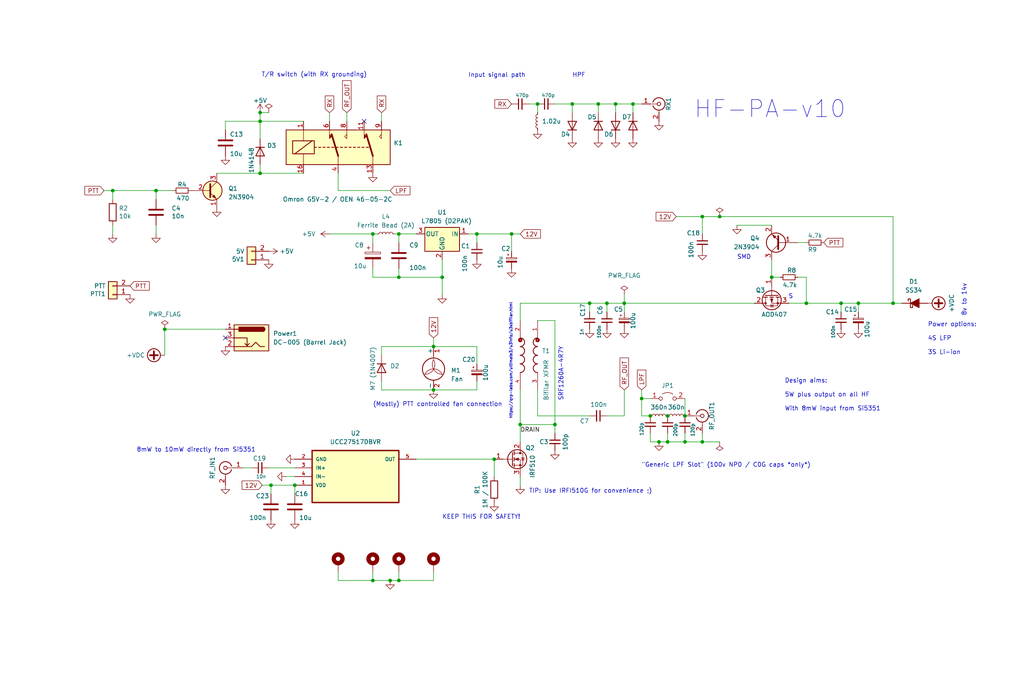
<source format=kicad_sch>
(kicad_sch (version 20230121) (generator eeschema)
  (paper "User" 299.999 200)
  (title_block (title "Easy-PA-With-TR-Switch") (date "2023-11-05") (rev "Revision 7.1") (company "Author: Dhiru Kholia (VU3CER)") (comment 1 "Designed for https://github.com/kholia/Easy-Digital-Beacons-v1 project") (comment 2 "Motivation: We need usable power on the 10m band!") (comment 3 "Based on designs from Henning Paul"))
  (lib_symbols
    (symbol "+VDC_1" (power) (pin_names (offset 0))
      (property "Value" "+VDC_1" (at 0 6.35 0))
      (symbol "+VDC_1_1_1"
        (pin power_in line (at 0 0 90) (length 0) hide (name "+VDC") (number "1"))
      )
    )
    (symbol "Connector:Barrel_Jack_Switch" (pin_names hide)
      (property "Reference" "J" (at 0 5.334 0))
      (property "Value" "Barrel_Jack_Switch" (at 0 -5.08 0))
      (symbol "Barrel_Jack_Switch_1_1"
        (pin passive line (at 7.62 2.54 180) (length 2.54) (name "~") (number "1"))
        (pin passive line (at 7.62 -2.54 180) (length 2.54) (name "~") (number "2"))
        (pin passive line (at 7.62 0 180) (length 2.54) (name "~") (number "3"))
      )
    )
    (symbol "Connector:Conn_Coaxial" (pin_names (offset 1.016) hide)
      (property "Reference" "J" (at 0.254 3.048 0))
      (property "Value" "Conn_Coaxial" (at 2.921 0 90))
      (symbol "Conn_Coaxial_1_1"
        (pin passive line (at -5.08 0 0) (length 2.54) (name "In") (number "1"))
        (pin passive line (at 0 -5.08 90) (length 2.54) (name "Ext") (number "2"))
      )
    )
    (symbol "Connector_Generic:Conn_01x02" (pin_names (offset 1.016) hide)
      (property "Reference" "J" (at 0 2.54 0))
      (property "Value" "Conn_01x02" (at 0 -5.08 0))
      (symbol "Conn_01x02_1_1"
        (pin passive line (at -5.08 0 0) (length 3.81) (name "Pin_1") (number "1"))
        (pin passive line (at -5.08 -2.54 0) (length 3.81) (name "Pin_2") (number "2"))
      )
    )
    (symbol "Device:C" (pin_numbers hide) (pin_names (offset 0.254))
      (property "Reference" "C" (at 0.635 2.54 0))
      (property "Value" "C" (at 0.635 -2.54 0))
      (symbol "C_1_1"
        (pin passive line (at 0 3.81 270) (length 2.794) (name "~") (number "1"))
        (pin passive line (at 0 -3.81 90) (length 2.794) (name "~") (number "2"))
      )
    )
    (symbol "Device:C_Polarized" (pin_numbers hide) (pin_names (offset 0.254))
      (property "Reference" "C" (at 0.635 2.54 0))
      (property "Value" "C_Polarized" (at 0.635 -2.54 0))
      (symbol "C_Polarized_1_1"
        (pin passive line (at 0 3.81 270) (length 2.794) (name "~") (number "1"))
        (pin passive line (at 0 -3.81 90) (length 2.794) (name "~") (number "2"))
      )
    )
    (symbol "Device:C_Polarized_Small" (pin_numbers hide) (pin_names (offset 0.254) hide)
      (property "Reference" "C" (at 0.254 1.778 0))
      (property "Value" "C_Polarized_Small" (at 0.254 -2.032 0))
      (symbol "C_Polarized_Small_1_1"
        (pin passive line (at 0 2.54 270) (length 1.8542) (name "~") (number "1"))
        (pin passive line (at 0 -2.54 90) (length 1.8542) (name "~") (number "2"))
      )
    )
    (symbol "Device:C_Small" (pin_numbers hide) (pin_names (offset 0.254) hide)
      (property "Reference" "C" (at 0.254 1.778 0))
      (property "Value" "C_Small" (at 0.254 -2.032 0))
      (symbol "C_Small_1_1"
        (pin passive line (at 0 2.54 270) (length 2.032) (name "~") (number "1"))
        (pin passive line (at 0 -2.54 90) (length 2.032) (name "~") (number "2"))
      )
    )
    (symbol "Device:L_Small" (pin_numbers hide) (pin_names (offset 0.254) hide)
      (property "Reference" "L" (at 0.762 1.016 0))
      (property "Value" "L_Small" (at 0.762 -1.016 0))
      (symbol "L_Small_1_1"
        (pin passive line (at 0 2.54 270) (length 0.508) (name "~") (number "1"))
        (pin passive line (at 0 -2.54 90) (length 0.508) (name "~") (number "2"))
      )
    )
    (symbol "Device:R" (pin_numbers hide) (pin_names (offset 0))
      (property "Reference" "R" (at 2.032 0 90))
      (property "Value" "R" (at 0 0 90))
      (symbol "R_1_1"
        (pin passive line (at 0 3.81 270) (length 1.27) (name "~") (number "1"))
        (pin passive line (at 0 -3.81 90) (length 1.27) (name "~") (number "2"))
      )
    )
    (symbol "Device:R_Small" (pin_numbers hide) (pin_names (offset 0.254) hide)
      (property "Reference" "R" (at 0.762 0.508 0))
      (property "Value" "R_Small" (at 0.762 -1.016 0))
      (symbol "R_Small_1_1"
        (pin passive line (at 0 2.54 270) (length 0.762) (name "~") (number "1"))
        (pin passive line (at 0 -2.54 90) (length 0.762) (name "~") (number "2"))
      )
    )
    (symbol "Diode:1N4007" (pin_numbers hide) (pin_names hide)
      (property "Reference" "D" (at 0 2.54 0))
      (property "Value" "1N4007" (at 0 -2.54 0))
      (symbol "1N4007_1_1"
        (pin passive line (at -3.81 0 0) (length 2.54) (name "K") (number "1"))
        (pin passive line (at 3.81 0 180) (length 2.54) (name "A") (number "2"))
      )
    )
    (symbol "Diode:1N4148" (pin_numbers hide) (pin_names hide)
      (property "Reference" "D" (at 0 2.54 0))
      (property "Value" "1N4148" (at 0 -2.54 0))
      (property "Sim.Device" "D" (at 0 0 0))
      (property "Sim.Pins" "1=K 2=A" (at 0 0 0))
      (symbol "1N4148_1_1"
        (pin passive line (at -3.81 0 0) (length 2.54) (name "K") (number "1"))
        (pin passive line (at 3.81 0 180) (length 2.54) (name "A") (number "2"))
      )
    )
    (symbol "Jumper:Jumper_2_Open" (pin_names (offset 0) hide)
      (property "Reference" "JP" (at 0 2.794 0))
      (property "Value" "Jumper_2_Open" (at 0 -2.286 0))
      (symbol "Jumper_2_Open_1_1"
        (pin passive line (at -5.08 0 0) (length 2.54) (name "A") (number "1"))
        (pin passive line (at 5.08 0 180) (length 2.54) (name "B") (number "2"))
      )
    )
    (symbol "Mechanical:MountingHole_Pad" (pin_numbers hide) (pin_names (offset 1.016) hide)
      (property "Reference" "H" (at 0 6.35 0))
      (property "Value" "MountingHole_Pad" (at 0 4.445 0))
      (symbol "MountingHole_Pad_1_1"
        (pin input line (at 0 -2.54 90) (length 2.54) (name "1") (number "1"))
      )
    )
    (symbol "Motor:Fan" (pin_names (offset 0))
      (property "Reference" "M" (at 2.54 5.08 0))
      (property "Value" "Fan" (at 2.54 -2.54 0))
      (symbol "Fan_1_1"
        (pin passive line (at 0 7.62 270) (length 2.54) (name "+") (number "1"))
        (pin passive line (at 0 -5.08 90) (length 2.54) (name "-") (number "2"))
      )
    )
    (symbol "PCM_Diode_Schottky_AKL:SS34" (pin_numbers hide) (pin_names (offset 1.016) hide)
      (property "Reference" "D" (at 0 5.08 0))
      (property "Value" "SS34" (at 0 2.54 0))
      (symbol "SS34_1_1"
        (pin passive line (at 3.81 0 180) (length 2.54) (name "K") (number "1"))
        (pin passive line (at -3.81 0 0) (length 2.54) (name "A") (number "2"))
      )
    )
    (symbol "PCM_Transistor_BJT_AKL:2N3904" (pin_names hide)
      (property "Reference" "Q" (at 5.08 1.27 0))
      (property "Value" "2N3904" (at 5.08 -1.27 0))
      (symbol "2N3904_1_1"
        (pin passive line (at 2.54 -5.08 90) (length 2.54) (name "E") (number "1"))
        (pin passive line (at -5.08 0 0) (length 5.715) (name "B") (number "2"))
        (pin passive line (at 2.54 5.08 270) (length 2.54) (name "C") (number "3"))
      )
    )
    (symbol "Regulator_Linear:L7805" (pin_names (offset 0.254))
      (property "Reference" "U" (at -3.81 3.175 0))
      (property "Value" "L7805" (at 0 3.175 0))
      (symbol "L7805_1_1"
        (pin power_in line (at -7.62 0 0) (length 2.54) (name "IN") (number "1"))
        (pin power_in line (at 0 -7.62 90) (length 2.54) (name "GND") (number "2"))
        (pin power_out line (at 7.62 0 180) (length 2.54) (name "OUT") (number "3"))
      )
    )
    (symbol "Relay:G5V-2"
      (property "Reference" "K" (at 16.51 3.81 0))
      (property "Value" "G5V-2" (at 16.51 1.27 0))
      (symbol "G5V-2_1_1"
        (pin passive line (at -10.16 7.62 270) (length 2.54) (name "~") (number "1"))
        (pin passive line (at 7.62 7.62 270) (length 2.54) (name "~") (number "11"))
        (pin passive line (at 10.16 -7.62 90) (length 2.54) (name "~") (number "13"))
        (pin passive line (at -10.16 -7.62 90) (length 2.54) (name "~") (number "16"))
        (pin passive line (at 0 -7.62 90) (length 2.54) (name "~") (number "4"))
        (pin passive line (at -2.54 7.62 270) (length 2.54) (name "~") (number "6"))
        (pin passive line (at 2.54 7.62 270) (length 2.54) (name "~") (number "8"))
        (pin passive line (at 12.7 7.62 270) (length 2.54) (name "~") (number "9"))
      )
    )
    (symbol "SRF1260A-4R7Y:SRF1260A-4R7Y" (pin_names (offset 1.016))
      (property "Reference" "L" (at -7.631 5.0873 0))
      (property "Value" "SRF1260A-4R7Y" (at -7.6349 -7.6349 0))
      (symbol "SRF1260A-4R7Y_0_0"
        (pin passive line (at -10.16 2.54 0) (length 5.08) (name "~") (number "1"))
        (pin passive line (at -10.16 -2.54 0) (length 5.08) (name "~") (number "2"))
        (pin passive line (at 10.16 2.54 180) (length 5.08) (name "~") (number "3"))
        (pin passive line (at 10.16 -2.54 180) (length 5.08) (name "~") (number "4"))
      )
    )
    (symbol "Transistor_BJT:MMBT3904" (pin_names (offset 0) hide)
      (property "Reference" "Q" (at 5.08 1.905 0))
      (property "Value" "MMBT3904" (at 5.08 0 0))
      (symbol "MMBT3904_1_1"
        (pin input line (at -5.08 0 0) (length 5.715) (name "B") (number "1"))
        (pin passive line (at 2.54 -5.08 90) (length 2.54) (name "E") (number "2"))
        (pin passive line (at 2.54 5.08 270) (length 2.54) (name "C") (number "3"))
      )
    )
    (symbol "Transistor_FET:IRF540N" (pin_names hide)
      (property "Reference" "Q" (at 6.35 1.905 0))
      (property "Value" "IRF540N" (at 6.35 0 0))
      (symbol "IRF540N_1_1"
        (pin input line (at -5.08 0 0) (length 2.54) (name "G") (number "1"))
        (pin passive line (at 2.54 5.08 270) (length 2.54) (name "D") (number "2"))
        (pin passive line (at 2.54 -5.08 90) (length 2.54) (name "S") (number "3"))
      )
    )
    (symbol "Transistor_FET:IRF9540N" (pin_names hide)
      (property "Reference" "Q" (at 5.08 1.905 0))
      (property "Value" "IRF9540N" (at 5.08 0 0))
      (symbol "IRF9540N_1_1"
        (pin input line (at -5.08 0 0) (length 2.54) (name "G") (number "1"))
        (pin passive line (at 2.54 5.08 270) (length 2.54) (name "D") (number "2"))
        (pin passive line (at 2.54 -5.08 90) (length 2.54) (name "S") (number "3"))
      )
    )
    (symbol "UCC27517DBVR:UCC27517DBVR" (pin_names (offset 1.016))
      (property "Reference" "U" (at -12.7 8.62 0))
      (property "Value" "UCC27517DBVR" (at -12.7 -11.62 0))
      (symbol "UCC27517DBVR_0_0"
        (pin input line (at -17.78 -2.54 0) (length 5.08) (name "VDD") (number "1"))
        (pin input line (at -17.78 5.08 0) (length 5.08) (name "GND") (number "2"))
        (pin input line (at -17.78 2.54 0) (length 5.08) (name "IN+") (number "3"))
        (pin input line (at -17.78 0 0) (length 5.08) (name "IN-") (number "4"))
        (pin output line (at 17.78 5.08 180) (length 5.08) (name "OUT") (number "5"))
      )
    )
    (symbol "power:+5V" (power) (pin_names (offset 0))
      (property "Value" "+5V" (at 0 3.556 0))
      (symbol "+5V_1_1"
        (pin power_in line (at 0 0 90) (length 0) hide (name "+5V") (number "1"))
      )
    )
    (symbol "power:+VDC" (power) (pin_names (offset 0))
      (property "Value" "+VDC" (at 0 6.35 0))
      (symbol "+VDC_1_1"
        (pin power_in line (at 0 0 90) (length 0) hide (name "+VDC") (number "1"))
      )
    )
    (symbol "power:GND" (power) (pin_names (offset 0))
      (property "Value" "GND" (at 0 -3.81 0))
      (symbol "GND_1_1"
        (pin power_in line (at 0 0 270) (length 0) hide (name "GND") (number "1"))
      )
    )
    (symbol "power:PWR_FLAG" (power) (pin_numbers hide) (pin_names (offset 0) hide)
      (property "Value" "PWR_FLAG" (at 0 3.81 0))
      (symbol "PWR_FLAG_0_0"
        (pin power_out line (at 0 0 90) (length 0) (name "pwr") (number "1"))
      )
    )
  )
  (junction (at 205.74 129.54))
  (junction (at 193.04 129.54))
  (junction (at 162.56 124.46))
  (junction (at 261.62 88.9))
  (junction (at 167.64 30.48))
  (junction (at 187.96 116.84))
  (junction (at 185.42 30.48))
  (junction (at 139.7 68.58))
  (junction (at 195.58 129.54))
  (junction (at 86.36 142.24))
  (junction (at 127 101.6))
  (junction (at 246.38 88.9))
  (junction (at 76.2 33.02))
  (junction (at 127 114.3))
  (junction (at 210.82 63.5))
  (junction (at 180.34 30.48))
  (junction (at 109.22 68.58))
  (junction (at 45.72 55.88))
  (junction (at 129.54 81.28))
  (junction (at 109.22 170.18))
  (junction (at 190.5 121.92))
  (junction (at 200.66 121.92))
  (junction (at 236.22 88.9))
  (junction (at 116.84 81.28))
  (junction (at 79.375 142.24))
  (junction (at 195.58 121.92))
  (junction (at 177.8 88.9))
  (junction (at 116.84 170.18))
  (junction (at 175.26 30.48))
  (junction (at 172.72 88.9))
  (junction (at 157.48 30.48))
  (junction (at 200.66 129.54))
  (junction (at 144.78 134.62))
  (junction (at 152.4 124.46))
  (junction (at 182.88 88.9))
  (junction (at 114.3 170.18))
  (junction (at 251.46 88.9))
  (junction (at 33.02 55.88))
  (junction (at 226.06 81.28))
  (junction (at 76.2 50.8))
  (junction (at 116.84 68.58))
  (junction (at 48.26 96.52))
  (junction (at 205.74 63.5))
  (junction (at 149.86 68.58))
  (junction (at 76.2 35.56))
  (no_connect (at 66.04 99.06))
  (no_connect (at 106.68 35.56))
  (wire (pts (xy 152.4 88.9) (xy 172.72 88.9)))
  (wire (pts (xy 66.04 35.56) (xy 66.04 38.1)))
  (wire (pts (xy 111.76 33.02) (xy 111.76 35.56)))
  (wire (pts (xy 246.38 88.9) (xy 251.46 88.9)))
  (wire (pts (xy 144.78 139.7) (xy 144.78 134.62)))
  (wire (pts (xy 127 170.18) (xy 127 167.64)))
  (wire (pts (xy 180.34 30.48) (xy 180.34 33.02)))
  (wire (pts (xy 111.76 101.6) (xy 111.76 104.14)))
  (wire (pts (xy 116.84 68.58) (xy 116.84 71.12)))
  (wire (pts (xy 157.48 93.98) (xy 162.56 93.98)))
  (wire (pts (xy 45.72 55.88) (xy 45.72 58.42)))
  (wire (pts (xy 200.66 129.54) (xy 205.74 129.54)))
  (wire (pts (xy 139.7 101.6) (xy 139.7 106.68)))
  (wire (pts (xy 139.7 71.12) (xy 139.7 68.58)))
  (wire (pts (xy 127 101.6) (xy 139.7 101.6)))
  (wire (pts (xy 172.72 88.9) (xy 177.8 88.9)))
  (wire (pts (xy 200.66 127) (xy 200.66 129.54)))
  (wire (pts (xy 45.72 55.88) (xy 50.8 55.88)))
  (wire (pts (xy 157.48 114.3) (xy 157.48 121.92)))
  (wire (pts (xy 185.42 30.48) (xy 185.42 33.02)))
  (wire (pts (xy 210.82 63.5) (xy 261.62 63.5)))
  (wire (pts (xy 177.8 88.9) (xy 177.8 91.44)))
  (wire (pts (xy 226.06 81.28) (xy 228.6 81.28)))
  (wire (pts (xy 109.22 81.28) (xy 116.84 81.28)))
  (wire (pts (xy 251.46 88.9) (xy 251.46 91.44)))
  (wire (pts (xy 48.26 96.52) (xy 48.26 104.14)))
  (wire (pts (xy 86.36 142.24) (xy 86.36 144.78)))
  (wire (pts (xy 111.76 114.3) (xy 127 114.3)))
  (wire (pts (xy 48.26 96.52) (xy 66.04 96.52)))
  (wire (pts (xy 83.82 139.7) (xy 86.36 139.7)))
  (wire (pts (xy 33.02 58.42) (xy 33.02 55.88)))
  (wire (pts (xy 45.72 66.04) (xy 45.72 68.58)))
  (wire (pts (xy 261.62 88.9) (xy 264.16 88.9)))
  (wire (pts (xy 76.2 33.02) (xy 76.2 35.56)))
  (wire (pts (xy 152.4 93.98) (xy 152.4 88.9)))
  (wire (pts (xy 167.64 30.48) (xy 167.64 33.02)))
  (wire (pts (xy 79.375 144.78) (xy 79.375 142.24)))
  (wire (pts (xy 157.48 121.92) (xy 172.72 121.92)))
  (wire (pts (xy 180.34 30.48) (xy 185.42 30.48)))
  (wire (pts (xy 233.68 71.12) (xy 236.22 71.12)))
  (wire (pts (xy 99.06 170.18) (xy 109.22 170.18)))
  (wire (pts (xy 162.56 93.98) (xy 162.56 124.46)))
  (wire (pts (xy 99.06 50.8) (xy 99.06 55.88)))
  (wire (pts (xy 152.4 124.46) (xy 152.4 129.54)))
  (wire (pts (xy 116.84 81.28) (xy 129.54 81.28)))
  (wire (pts (xy 76.2 35.56) (xy 88.9 35.56)))
  (wire (pts (xy 109.22 68.58) (xy 110.49 68.58)))
  (wire (pts (xy 152.4 142.24) (xy 152.4 139.7)))
  (wire (pts (xy 172.72 88.9) (xy 172.72 91.44)))
  (wire (pts (xy 167.64 30.48) (xy 175.26 30.48)))
  (wire (pts (xy 109.22 167.64) (xy 109.22 170.18)))
  (wire (pts (xy 187.96 116.84) (xy 190.5 116.84)))
  (wire (pts (xy 127 99.06) (xy 127 101.6)))
  (wire (pts (xy 193.04 129.54) (xy 195.58 129.54)))
  (wire (pts (xy 182.88 88.9) (xy 220.98 88.9)))
  (wire (pts (xy 99.06 55.88) (xy 114.3 55.88)))
  (wire (pts (xy 205.74 68.58) (xy 205.74 63.5)))
  (wire (pts (xy 127 114.3) (xy 139.7 114.3)))
  (wire (pts (xy 96.52 68.58) (xy 109.22 68.58)))
  (wire (pts (xy 111.76 111.76) (xy 111.76 114.3)))
  (wire (pts (xy 195.58 127) (xy 195.58 129.54)))
  (wire (pts (xy 33.02 55.88) (xy 45.72 55.88)))
  (wire (pts (xy 109.22 71.12) (xy 109.22 68.58)))
  (wire (pts (xy 115.57 68.58) (xy 116.84 68.58)))
  (wire (pts (xy 149.86 68.58) (xy 152.4 68.58)))
  (wire (pts (xy 109.22 81.28) (xy 109.22 78.74)))
  (wire (pts (xy 182.88 88.9) (xy 182.88 91.44)))
  (wire (pts (xy 236.22 88.9) (xy 246.38 88.9)))
  (wire (pts (xy 187.96 116.84) (xy 187.96 121.92)))
  (wire (pts (xy 226.06 76.2) (xy 226.06 81.28)))
  (wire (pts (xy 99.06 167.64) (xy 99.06 170.18)))
  (wire (pts (xy 79.375 142.24) (xy 86.36 142.24)))
  (wire (pts (xy 187.96 121.92) (xy 190.5 121.92)))
  (wire (pts (xy 116.84 68.58) (xy 121.92 68.58)))
  (wire (pts (xy 116.84 78.74) (xy 116.84 81.28)))
  (wire (pts (xy 71.12 137.16) (xy 73.66 137.16)))
  (wire (pts (xy 205.74 129.54) (xy 205.74 127)))
  (wire (pts (xy 121.92 134.62) (xy 144.78 134.62)))
  (wire (pts (xy 152.4 124.46) (xy 162.56 124.46)))
  (wire (pts (xy 111.76 101.6) (xy 127 101.6)))
  (wire (pts (xy 177.8 88.9) (xy 182.88 88.9)))
  (wire (pts (xy 129.54 86.36) (xy 129.54 81.28)))
  (wire (pts (xy 175.26 30.48) (xy 175.26 33.02)))
  (wire (pts (xy 195.58 129.54) (xy 200.66 129.54)))
  (wire (pts (xy 76.835 142.24) (xy 79.375 142.24)))
  (wire (pts (xy 231.14 88.9) (xy 236.22 88.9)))
  (wire (pts (xy 114.3 170.18) (xy 116.84 170.18)))
  (wire (pts (xy 116.84 170.18) (xy 127 170.18)))
  (wire (pts (xy 205.74 63.5) (xy 210.82 63.5)))
  (wire (pts (xy 149.86 68.58) (xy 149.86 73.66)))
  (wire (pts (xy 30.48 55.88) (xy 33.02 55.88)))
  (wire (pts (xy 261.62 63.5) (xy 261.62 88.9)))
  (wire (pts (xy 187.96 114.3) (xy 187.96 116.84)))
  (wire (pts (xy 198.12 63.5) (xy 205.74 63.5)))
  (wire (pts (xy 139.7 68.58) (xy 149.86 68.58)))
  (wire (pts (xy 162.56 124.46) (xy 162.56 127)))
  (wire (pts (xy 251.46 88.9) (xy 261.62 88.9)))
  (wire (pts (xy 101.6 33.02) (xy 101.6 35.56)))
  (wire (pts (xy 78.74 137.16) (xy 86.36 137.16)))
  (wire (pts (xy 236.22 81.28) (xy 236.22 88.9)))
  (wire (pts (xy 205.74 129.54) (xy 210.82 129.54)))
  (wire (pts (xy 78.74 33.02) (xy 76.2 33.02)))
  (wire (pts (xy 33.02 66.04) (xy 33.02 68.58)))
  (wire (pts (xy 76.2 35.56) (xy 76.2 40.64)))
  (wire (pts (xy 182.88 114.3) (xy 182.88 121.92)))
  (wire (pts (xy 190.5 129.54) (xy 193.04 129.54)))
  (wire (pts (xy 157.48 33.02) (xy 157.48 30.48)))
  (wire (pts (xy 109.22 170.18) (xy 114.3 170.18)))
  (wire (pts (xy 96.52 33.02) (xy 96.52 35.56)))
  (wire (pts (xy 76.2 50.8) (xy 76.2 48.26)))
  (wire (pts (xy 162.56 30.48) (xy 167.64 30.48)))
  (wire (pts (xy 76.2 50.8) (xy 88.9 50.8)))
  (wire (pts (xy 185.42 30.48) (xy 187.96 30.48)))
  (wire (pts (xy 139.7 114.3) (xy 139.7 111.76)))
  (wire (pts (xy 63.5 50.8) (xy 76.2 50.8)))
  (wire (pts (xy 215.9 66.04) (xy 226.06 66.04)))
  (wire (pts (xy 175.26 30.48) (xy 180.34 30.48)))
  (wire (pts (xy 182.88 86.36) (xy 182.88 88.9)))
  (wire (pts (xy 152.4 114.3) (xy 152.4 124.46)))
  (wire (pts (xy 177.8 121.92) (xy 182.88 121.92)))
  (wire (pts (xy 190.5 127) (xy 190.5 129.54)))
  (wire (pts (xy 129.54 76.2) (xy 129.54 81.28)))
  (wire (pts (xy 233.68 81.28) (xy 236.22 81.28)))
  (wire (pts (xy 76.2 35.56) (xy 66.04 35.56)))
  (wire (pts (xy 246.38 88.9) (xy 246.38 91.44)))
  (wire (pts (xy 200.66 121.92) (xy 200.66 116.84)))
  (wire (pts (xy 154.94 30.48) (xy 157.48 30.48)))
  (wire (pts (xy 137.16 68.58) (xy 139.7 68.58)))
  (wire (pts (xy 116.84 167.64) (xy 116.84 170.18)))
  (text "T/R switch (with RX grounding)" (at 76.5556 22.733 0) (effects (font (size 1.27 1.27)) (justify left bottom)))
  (text "(Mostly) PTT controlled fan connection" (at 109.22 119.38 0) (effects (font (size 1.27 1.27)) (justify left bottom)))
  (text "8mW to 10mW directly from Si5351" (at 74.93 132.715 0) (effects (font (size 1.27 1.27)) (justify right bottom)))
  (text "Power options:\n\n4S LFP\n\n3S Li-ion" (at 271.78 104.14 0) (effects (font (size 1.27 1.27)) (justify left bottom)))
  (text "SMD" (at 215.9 76.2 0) (effects (font (size 1.27 1.27)) (justify left bottom)))
  (text "KEEP THIS FOR SAFETY!" (at 129.54 152.4 0) (effects (font (size 1.27 1.27)) (justify left bottom)))
  (text "HF-PA-v10" (at 203.2 35.052 0) (effects (font (size 5 5)) (justify left bottom)))
  (text "Design aims:\n\n5W plus output on all HF\n\nWith 8mW input from Si5351" (at 229.87 120.65 0) (effects (font (size 1.27 1.27)) (justify left bottom)))
  (text "SRF1260A-4R7Y" (at 165.1 117.602 90) (effects (font (size 1.27 1.27)) (justify left bottom)))
  (text "\"Generic LPF Slot\" (100v NP0 / C0G caps *only*)" (at 187.96 137.16 0) (effects (font (size 1.27 1.27)) (justify left bottom)))
  (text "https://qrp-labs.com/ultimate3/u3info/u3sbifilar.html" (at 150.114 122.936 90) (effects (font (size 0.8 0.8)) (justify left bottom)))
  (text "8v to 14v" (at 283.21 92.71 90) (effects (font (size 1.27 1.27)) (justify left bottom)))
  (text "Input signal path" (at 137.16 22.86 0) (effects (font (size 1.27 1.27)) (justify left bottom)))
  (text "HPF" (at 167.64 22.86 0) (effects (font (size 1.27 1.27)) (justify left bottom)))
  (text "TIP: Use IRFI510G for convenience ;)" (at 154.94 144.78 0) (effects (font (size 1.27 1.27)) (justify left bottom)))
  (text "S" (at 230.9622 87.7316 0) (effects (font (size 1.27 1.27)) (justify left bottom)))
  (label "DRAIN" (at 152.4 127 0))
  (global_label "12V" (shape input) (at 152.4 68.58 0) (property "Intersheetrefs" "${INTERSHEET_REFS}" (effects hide)))
  (global_label "RF_OUT" (shape input) (at 101.6 33.02 90) (property "Intersheetrefs" "${INTERSHEET_REFS}" (effects hide)))
  (global_label "RF_OUT" (shape input) (at 182.88 114.3 90) (property "Intersheetrefs" "${INTERSHEET_REFS}" (effects hide)))
  (global_label "PTT" (shape input) (at 38.1 83.82 0) (property "Intersheetrefs" "${INTERSHEET_REFS}" (effects hide)))
  (global_label "LPF" (shape input) (at 114.3 55.88 0) (property "Intersheetrefs" "${INTERSHEET_REFS}" (effects hide)))
  (global_label "RX" (shape input) (at 149.86 30.48 180) (property "Intersheetrefs" "${INTERSHEET_REFS}" (effects hide)))
  (global_label "12V" (shape input) (at 198.12 63.5 180) (property "Intersheetrefs" "${INTERSHEET_REFS}" (effects hide)))
  (global_label "PTT" (shape input) (at 30.48 55.88 180) (property "Intersheetrefs" "${INTERSHEET_REFS}" (effects hide)))
  (global_label "12V" (shape input) (at 76.835 142.24 180) (property "Intersheetrefs" "${INTERSHEET_REFS}" (effects hide)))
  (global_label "RX" (shape input) (at 96.52 33.02 90) (property "Intersheetrefs" "${INTERSHEET_REFS}" (effects hide)))
  (global_label "RX" (shape input) (at 111.76 33.02 90) (property "Intersheetrefs" "${INTERSHEET_REFS}" (effects hide)))
  (global_label "12V" (shape input) (at 127 99.06 90) (property "Intersheetrefs" "${INTERSHEET_REFS}" (effects hide)))
  (global_label "LPF" (shape input) (at 187.96 114.3 90) (property "Intersheetrefs" "${INTERSHEET_REFS}" (effects hide)))
  (global_label "PTT" (shape input) (at 241.3 71.12 0) (property "Intersheetrefs" "${INTERSHEET_REFS}" (effects hide)))
  (symbol (lib_id "Device:C_Polarized_Small") (at 182.88 93.98 0) (unit 1)
    (property "Reference" "C5" (at 179.832 90.678 0) (effects (justify left)))
    (property "Value" "100u" (at 185.42 96.52 90) (effects (justify left)))
    (property "Footprint" "Capacitor_THT:CP_Radial_D5.0mm_P2.50mm" (effects hide))
  )
  (symbol (lib_id "Device:C_Small") (at 175.26 121.92 270) (unit 1)
    (property "Reference" "C7" (at 171.196 123.444 90))
    (property "Value" "100n" (at 175.387 118.618 90))
    (property "Footprint" "Capacitor_SMD:C_1206_3216Metric_Pad1.33x1.80mm_HandSolder" (effects hide))
  )
  (symbol (lib_id "power:+VDC") (at 48.26 104.14 90) (unit 1)
    (property "Reference" "#PWR0110" (effects hide))
    (property "Value" "+VDC" (at 42.4434 104.14 90) (effects (justify left)))
  )
  (symbol (lib_id "power:PWR_FLAG") (at 48.26 96.52 0) (unit 1)
    (property "Reference" "#FLG0103" (effects hide))
    (property "Value" "PWR_FLAG" (at 48.26 92.1258 0))
  )
  (symbol (lib_id "power:GND") (at 66.04 142.24 0) (unit 1)
    (property "Reference" "#PWR0106" (effects hide))
    (property "Value" "GND" (effects hide))
  )
  (symbol (lib_id "Device:C_Small") (at 177.8 93.98 0) (unit 1)
    (property "Reference" "C6" (at 175.768 90.932 90))
    (property "Value" "100n" (at 175.514 97.282 90) (effects (font (size 0.9906 0.9906))))
    (property "Footprint" "Capacitor_SMD:C_1206_3216Metric_Pad1.33x1.80mm_HandSolder" (effects hide))
  )
  (symbol (lib_id "power:GND") (at 33.02 68.58 0) (unit 1)
    (property "Reference" "#PWR018" (effects hide))
    (property "Value" "GNDPWR" (effects hide))
  )
  (symbol (lib_id "power:PWR_FLAG") (at 182.88 86.36 0) (unit 1)
    (property "Reference" "#FLG01" (effects hide))
    (property "Value" "PWR_FLAG" (at 182.88 80.772 0))
  )
  (symbol (lib_id "power:PWR_FLAG") (at 78.74 33.02 0) (unit 1)
    (property "Reference" "#FLG04" (effects hide))
    (property "Value" "PWR_FLAG" (effects hide))
  )
  (symbol (lib_id "Device:C_Polarized_Small") (at 139.7 109.22 0) (unit 1)
    (property "Reference" "C20" (at 135.382 105.41 0) (effects (justify left)))
    (property "Value" "100u" (at 142.24 111.76 90) (effects (justify left)))
    (property "Footprint" "Capacitor_THT:CP_Radial_D5.0mm_P2.50mm" (effects hide))
  )
  (symbol (lib_id "Device:C_Polarized") (at 109.22 74.93 0) (unit 1)
    (property "Reference" "C8" (at 103.886 71.882 0) (effects (justify left)))
    (property "Value" "10u" (at 103.632 77.978 0) (effects (justify left)))
    (property "Footprint" "Capacitor_SMD:C_1206_3216Metric_Pad1.33x1.80mm_HandSolder" (effects hide))
  )
  (symbol (lib_id "power:GND") (at 167.64 40.64 0) (mirror y) (unit 1)
    (property "Reference" "#PWR021" (effects hide))
    (property "Value" "GND" (effects hide))
  )
  (symbol (lib_id "Device:C") (at 79.375 148.59 0) (unit 1)
    (property "Reference" "C23" (at 74.93 145.415 0) (effects (justify left)))
    (property "Value" "100n" (at 73.025 151.765 0) (effects (justify left)))
    (property "Footprint" "Capacitor_SMD:C_0805_2012Metric_Pad1.18x1.45mm_HandSolder" (effects hide))
  )
  (symbol (lib_id "Device:L_Small") (at 198.12 121.92 90) (unit 1)
    (property "Reference" "L2" (effects hide))
    (property "Value" "360n" (at 198.12 119.38 90))
    (property "Footprint" "Inductor_THT:L_Toroid_Vertical_L10.0mm_W5.0mm_P5.08mm" (effects hide))
  )
  (symbol (lib_name "+VDC_1") (lib_id "power:+VDC") (at 271.78 88.9 270) (unit 1)
    (property "Reference" "#PWR014" (effects hide))
    (property "Value" "+VDC" (at 278.765 88.9 0))
  )
  (symbol (lib_id "power:GND") (at 83.82 139.7 270) (unit 1)
    (property "Reference" "#PWR04" (effects hide))
    (property "Value" "GND" (effects hide))
  )
  (symbol (lib_id "power:GND") (at 63.5 60.96 0) (unit 1)
    (property "Reference" "#PWR023" (effects hide))
    (property "Value" "GND" (effects hide))
  )
  (symbol (lib_id "Device:C") (at 66.04 41.91 0) (unit 1)
    (property "Reference" "C13" (at 67.31 39.37 0) (effects (justify left)))
    (property "Value" "10u" (at 67.31 45.085 0) (effects (justify left)))
    (property "Footprint" "Capacitor_SMD:C_1206_3216Metric_Pad1.33x1.80mm_HandSolder" (effects hide))
  )
  (symbol (lib_id "power:GND") (at 205.74 73.66 0) (unit 1)
    (property "Reference" "#PWR029" (effects hide))
    (property "Value" "GND" (effects hide))
  )
  (symbol (lib_id "power:GND") (at 45.72 68.58 0) (unit 1)
    (property "Reference" "#PWR022" (effects hide))
    (property "Value" "GNDPWR" (effects hide))
  )
  (symbol (lib_id "Device:C_Polarized_Small") (at 251.46 93.98 0) (unit 1)
    (property "Reference" "C15" (at 247.269 90.678 0) (effects (justify left)))
    (property "Value" "100u" (at 254 99.06 90) (effects (justify left)))
    (property "Footprint" "Capacitor_THT:CP_Radial_D5.0mm_P2.50mm" (effects hide))
  )
  (symbol (lib_id "Connector:Conn_Coaxial") (at 66.04 137.16 0) (mirror y) (unit 1)
    (property "Reference" "RF_IN1" (at 62.23 137.16 90))
    (property "Value" "SMA" (effects hide))
    (property "Footprint" "Connector_Coaxial:SMA_Samtec_SMA-J-P-X-ST-EM1_EdgeMount" (effects hide))
    (property "Datasheet" " ~" (effects hide))
  )
  (symbol (lib_id "Device:C_Small") (at 246.38 93.98 0) (unit 1)
    (property "Reference" "C14" (at 243.84 91.44 0))
    (property "Value" "100n" (at 244.094 97.282 90) (effects (font (size 0.9906 0.9906))))
    (property "Footprint" "Capacitor_SMD:C_1206_3216Metric_Pad1.33x1.80mm_HandSolder" (effects hide))
  )
  (symbol (lib_id "power:+5V") (at 76.2 33.02 0) (unit 1)
    (property "Reference" "#PWR024" (effects hide))
    (property "Value" "+5V" (at 76.2 29.464 0))
  )
  (symbol (lib_id "power:GND") (at 180.34 40.64 0) (mirror y) (unit 1)
    (property "Reference" "#PWR034" (effects hide))
    (property "Value" "GND" (effects hide))
  )
  (symbol (lib_id "Device:R") (at 144.78 143.51 0) (unit 1)
    (property "Reference" "R1" (at 139.8016 143.51 90))
    (property "Value" "1M / 100K" (at 142.113 143.51 90))
    (property "Footprint" "Resistor_SMD:R_1206_3216Metric_Pad1.30x1.75mm_HandSolder" (effects hide))
  )
  (symbol (lib_id "Diode:1N4148") (at 76.2 44.45 270) (unit 1)
    (property "Reference" "D3" (at 78.232 42.672 90) (effects (justify left)))
    (property "Value" "1N4148" (at 73.66 43.18 0) (effects (justify left)))
    (property "Footprint" "Diode_THT:D_DO-35_SOD27_P2.54mm_Vertical_KathodeUp" (effects hide))
    (property "Datasheet" "https://assets.nexperia.com/documents/data-sheet/1N4148_1N4448.pdf" (effects hide))
  )
  (symbol (lib_id "power:GND") (at 157.48 38.1 0) (mirror y) (unit 1)
    (property "Reference" "#PWR033" (effects hide))
    (property "Value" "GND" (effects hide))
  )
  (symbol (lib_id "power:GND") (at 127 114.3 0) (mirror y) (unit 1)
    (property "Reference" "#PWR031" (effects hide))
    (property "Value" "GND" (effects hide))
  )
  (symbol (lib_id "PCM_Diode_Schottky_AKL:SS34") (at 267.97 88.9 180) (unit 1)
    (property "Reference" "D1" (at 267.6525 82.55 0))
    (property "Value" "SS34" (at 267.6525 85.09 0))
    (property "Footprint" "Diode_SMD:D_SMA_Handsoldering" (effects hide))
    (property "Datasheet" "https://www.tme.eu/Document/4534c3d1273464918563ce78bdeb2ece/SS34-E3-57T.pdf" (effects hide))
  )
  (symbol (lib_id "power:GND") (at 193.04 35.56 0) (unit 1)
    (property "Reference" "#PWR032" (effects hide))
    (property "Value" "GNDPWR" (effects hide))
  )
  (symbol (lib_id "Regulator_Linear:L7805") (at 129.54 68.58 0) (mirror y) (unit 1)
    (property "Reference" "U1" (at 129.54 62.23 0))
    (property "Value" "L7805 (D2PAK)" (at 130.81 64.77 0))
    (property "Footprint" "Package_TO_SOT_SMD:TO-263-2" (effects hide))
    (property "Datasheet" "http://www.st.com/content/ccc/resource/technical/document/datasheet/41/4f/b3/b0/12/d4/47/88/CD00000444.pdf/files/CD00000444.pdf/jcr:content/translations/en.CD00000444.pdf" (effects hide))
  )
  (symbol (lib_id "power:GND") (at 182.88 96.52 0) (unit 1)
    (property "Reference" "#PWR0103" (effects hide))
    (property "Value" "GND" (effects hide))
  )
  (symbol (lib_id "Device:C_Small") (at 195.58 124.46 0) (unit 1)
    (property "Reference" "C11" (effects hide))
    (property "Value" "200p" (at 197.866 128.016 90) (effects (font (size 1 1)) (justify left)))
    (property "Footprint" "Capacitor_SMD:C_1206_3216Metric_Pad1.33x1.80mm_HandSolder" (effects hide))
  )
  (symbol (lib_id "power:GND") (at 66.04 45.72 0) (unit 1)
    (property "Reference" "#PWR010" (effects hide))
    (property "Value" "GNDPWR" (effects hide))
  )
  (symbol (lib_id "Device:C_Small") (at 76.2 137.16 90) (unit 1)
    (property "Reference" "C19" (at 77.978 134.366 90) (effects (justify left)))
    (property "Value" "10n" (at 77.978 139.7 90) (effects (font (size 1 1)) (justify left)))
    (property "Footprint" "Capacitor_SMD:C_1206_3216Metric_Pad1.33x1.80mm_HandSolder" (effects hide))
  )
  (symbol (lib_id "power:GND") (at 79.375 152.4 0) (unit 1)
    (property "Reference" "#PWR017" (effects hide))
    (property "Value" "GNDPWR" (effects hide))
  )
  (symbol (lib_id "power:PWR_FLAG") (at 210.82 129.54 180) (unit 1)
    (property "Reference" "#FLG02" (effects hide))
    (property "Value" "PWR_FLAG" (effects hide))
  )
  (symbol (lib_id "power:GND") (at 149.86 78.74 0) (unit 1)
    (property "Reference" "#PWR08" (effects hide))
    (property "Value" "GND" (effects hide))
  )
  (symbol (lib_id "Device:C") (at 86.36 148.59 0) (unit 1)
    (property "Reference" "C16" (at 86.36 144.78 0) (effects (justify left)))
    (property "Value" "10u" (at 87.63 151.765 0) (effects (justify left)))
    (property "Footprint" "Capacitor_SMD:C_0805_2012Metric_Pad1.18x1.45mm_HandSolder" (effects hide))
  )
  (symbol (lib_id "power:GND") (at 162.56 132.08 0) (mirror y) (unit 1)
    (property "Reference" "#PWR015" (effects hide))
    (property "Value" "GND" (effects hide))
  )
  (symbol (lib_id "power:GND") (at 66.04 101.6 0) (unit 1)
    (property "Reference" "#PWR019" (effects hide))
    (property "Value" "GNDPWR" (effects hide))
  )
  (symbol (lib_id "Connector:Conn_Coaxial") (at 205.74 121.92 0) (unit 1)
    (property "Reference" "RF_OUT1" (at 208.534 121.92 90))
    (property "Value" "SMA" (effects hide))
    (property "Footprint" "Connector_Coaxial:SMA_Samtec_SMA-J-P-X-ST-EM1_EdgeMount" (effects hide))
    (property "Datasheet" " ~" (effects hide))
  )
  (symbol (lib_id "Diode:1N4148") (at 185.42 36.83 270) (unit 1)
    (property "Reference" "D7" (at 182.245 34.29 90) (effects (justify left)))
    (property "Value" "1N4148" (effects hide))
    (property "Footprint" "Diode_THT:D_DO-35_SOD27_P2.54mm_Vertical_KathodeUp" (effects hide))
    (property "Datasheet" "https://assets.nexperia.com/documents/data-sheet/1N4148_1N4448.pdf" (effects hide))
    (property "Sim.Device" "D" (effects hide))
    (property "Sim.Pins" "1=K 2=A" (effects hide))
  )
  (symbol (lib_id "power:GND") (at 78.74 76.2 0) (unit 1)
    (property "Reference" "#PWR020" (effects hide))
    (property "Value" "GND" (effects hide))
  )
  (symbol (lib_id "Diode:1N4007") (at 111.76 107.95 270) (unit 1)
    (property "Reference" "D2" (at 114.3 107.315 90) (effects (justify left)))
    (property "Value" "M7 (1N4007)" (at 109.22 101.6 0) (effects (justify left)))
    (property "Footprint" "Diode_SMD:D_SMA_Handsoldering" (effects hide))
    (property "Datasheet" "http://www.vishay.com/docs/88503/1n4001.pdf" (effects hide))
  )
  (symbol (lib_id "Device:L_Small") (at 157.48 35.56 180) (unit 1)
    (property "Reference" "L3" (effects hide))
    (property "Value" "1.02u" (at 158.75 35.56 0) (effects (justify right)))
    (property "Footprint" "footprints:T37-2" (effects hide))
  )
  (symbol (lib_id "Device:R_Small") (at 238.76 71.12 90) (unit 1)
    (property "Reference" "R9" (at 237.998 73.152 90))
    (property "Value" "4.7k" (at 238.76 69.088 90))
    (property "Footprint" "Resistor_SMD:R_1206_3216Metric_Pad1.30x1.75mm_HandSolder" (effects hide))
  )
  (symbol (lib_id "Device:C_Small") (at 190.5 124.46 0) (unit 1)
    (property "Reference" "C10" (effects hide))
    (property "Value" "120p" (at 187.96 127.762 90) (effects (font (size 1 1)) (justify left)))
    (property "Footprint" "Capacitor_SMD:C_1206_3216Metric_Pad1.33x1.80mm_HandSolder" (effects hide))
  )
  (symbol (lib_id "Connector:Conn_Coaxial") (at 193.04 30.48 0) (unit 1)
    (property "Reference" "RX1" (at 195.834 30.48 90))
    (property "Value" "SMA" (effects hide))
    (property "Footprint" "Connector_Coaxial:SMA_Samtec_SMA-J-P-X-ST-EM1_EdgeMount" (effects hide))
    (property "Datasheet" " ~" (effects hide))
  )
  (symbol (lib_id "power:GND") (at 193.04 129.54 0) (mirror y) (unit 1)
    (property "Reference" "#PWR016" (effects hide))
    (property "Value" "GND" (effects hide))
  )
  (symbol (lib_id "Device:C_Small") (at 205.74 71.12 0) (unit 1)
    (property "Reference" "C18" (at 201.168 68.326 0) (effects (justify left)))
    (property "Value" "100n" (at 202.438 75.692 90) (effects (justify left)))
    (property "Footprint" "Capacitor_SMD:C_1206_3216Metric_Pad1.33x1.80mm_HandSolder" (effects hide))
  )
  (symbol (lib_id "Diode:1N4148") (at 180.34 36.83 90) (unit 1)
    (property "Reference" "D6" (at 179.705 39.37 90) (effects (justify left)))
    (property "Value" "1N4148" (effects hide))
    (property "Footprint" "Diode_THT:D_DO-35_SOD27_P2.54mm_Vertical_KathodeUp" (effects hide))
    (property "Datasheet" "https://assets.nexperia.com/documents/data-sheet/1N4148_1N4448.pdf" (effects hide))
    (property "Sim.Device" "D" (effects hide))
    (property "Sim.Pins" "1=K 2=A" (effects hide))
  )
  (symbol (lib_id "Mechanical:MountingHole_Pad") (at 116.84 165.1 0) (unit 1)
    (property "Reference" "H3" (effects hide))
    (property "Value" "MountingHole_Pad" (effects hide))
    (property "Footprint" "MountingHole:MountingHole_3.2mm_M3_Pad_Via" (effects hide))
  )
  (symbol (lib_id "power:GND") (at 251.46 96.52 0) (unit 1)
    (property "Reference" "#PWR013" (effects hide))
    (property "Value" "GND" (effects hide))
  )
  (symbol (lib_id "Transistor_BJT:MMBT3904") (at 228.6 71.12 180) (unit 1)
    (property "Reference" "Q4" (at 222.504 69.8499 0) (effects (justify left)))
    (property "Value" "2N3904" (at 222.504 72.3899 0) (effects (justify left)))
    (property "Footprint" "Package_TO_SOT_SMD:SOT-23_Handsoldering" (effects hide))
    (property "Datasheet" "https://www.onsemi.com/pdf/datasheet/pzt3904-d.pdf" (effects hide))
  )
  (symbol (lib_id "Device:C_Small") (at 152.4 30.48 90) (unit 1)
    (property "Reference" "C21" (effects hide))
    (property "Value" "470p" (at 154.94 27.94 90) (effects (font (size 1 1)) (justify left)))
    (property "Footprint" "Capacitor_SMD:C_1206_3216Metric_Pad1.33x1.80mm_HandSolder" (effects hide))
  )
  (symbol (lib_id "PCM_Transistor_BJT_AKL:2N3904") (at 60.96 55.88 0) (unit 1)
    (property "Reference" "Q1" (at 66.8782 55.245 0) (effects (justify left)))
    (property "Value" "2N3904" (at 66.8782 57.785 0) (effects (justify left)))
    (property "Footprint" "Package_TO_SOT_THT:TO-92_HandSolder" (effects hide))
    (property "Datasheet" "https://www.tme.eu/Document/12bff749841e3a356e683e9a8e7e4119/2N3904BU-DTE.pdf" (effects hide))
  )
  (symbol (lib_id "Device:C_Small") (at 162.56 129.54 0) (unit 1)
    (property "Reference" "C3" (at 157.988 129.54 0) (effects (justify left)))
    (property "Value" "100p" (at 165.608 132.08 90) (effects (justify left)))
    (property "Footprint" "Capacitor_SMD:C_1206_3216Metric_Pad1.33x1.80mm_HandSolder" (effects hide))
    (property "Sim.Device" "SPICE" (effects hide))
    (property "Sim.Params" "type=\"\" model=\"100n\" lib=\"\"" (effects hide))
    (property "Sim.Pins" "1=1 2=2" (effects hide))
  )
  (symbol (lib_id "power:GND") (at 109.22 50.8 0) (unit 1)
    (property "Reference" "#PWR025" (effects hide))
    (property "Value" "GND" (effects hide))
  )
  (symbol (lib_id "Connector_Generic:Conn_01x02") (at 33.02 86.36 180) (unit 1)
    (property "Reference" "PTT1" (at 30.988 86.1568 0) (effects (justify left)))
    (property "Value" "PTT" (at 30.988 83.8454 0) (effects (justify left)))
    (property "Footprint" "Connector_PinHeader_2.54mm:PinHeader_1x02_P2.54mm_Vertical" (effects hide))
  )
  (symbol (lib_id "Device:L_Small") (at 113.03 68.58 90) (unit 1)
    (property "Reference" "L4" (at 113.03 63.5 90))
    (property "Value" "Ferrite Bead (2A)" (at 113.03 66.04 90))
    (property "Footprint" "Inductor_SMD:L_0805_2012Metric_Pad1.05x1.20mm_HandSolder" (effects hide))
  )
  (symbol (lib_id "Device:C_Small") (at 172.72 93.98 0) (unit 1)
    (property "Reference" "C17" (at 170.688 90.932 90))
    (property "Value" "1n" (at 170.434 97.282 90) (effects (font (size 0.9906 0.9906))))
    (property "Footprint" "Capacitor_SMD:C_1206_3216Metric_Pad1.33x1.80mm_HandSolder" (effects hide))
  )
  (symbol (lib_id "Device:C_Small") (at 160.02 30.48 90) (unit 1)
    (property "Reference" "C22" (effects hide))
    (property "Value" "470p" (at 162.56 27.94 90) (effects (font (size 1 1)) (justify left)))
    (property "Footprint" "Capacitor_SMD:C_1206_3216Metric_Pad1.33x1.80mm_HandSolder" (effects hide))
  )
  (symbol (lib_id "Mechanical:MountingHole_Pad") (at 109.22 165.1 0) (unit 1)
    (property "Reference" "H2" (effects hide))
    (property "Value" "MountingHole_Pad" (effects hide))
    (property "Footprint" "MountingHole:MountingHole_3.2mm_M3_Pad_Via" (effects hide))
  )
  (symbol (lib_id "SRF1260A-4R7Y:SRF1260A-4R7Y") (at 154.94 104.14 270) (unit 1)
    (property "Reference" "T1" (at 158.75 102.87 90) (effects (justify left)))
    (property "Value" "Bifilar XFMR" (at 160.02 105.41 0) (effects (justify left)))
    (property "Footprint" "footprints:IND_SRF1260A-4R7Y-Longer-Pads" (effects hide))
    (property "MF" "Bourns" (effects hide))
    (property "MOUSER-PURCHASE-URL" "https://snapeda.com/shop?store=Mouser&id=1533338" (effects hide))
    (property "DESCRIPTION" "Shielded 2 Coil Inductor Array 27.2µH Inductance - Connected in Series 6.8µH Inductance - Connected in Parallel 18.6mOhm Max DC Resistance (DCR) - Parallel 6.64A Nonstandard" (effects hide))
    (property "PACKAGE" "Nonstandard Bourns" (effects hide))
    (property "PRICE" "None" (effects hide))
    (property "MP" "SRF1260A-6R8Y" (effects hide))
    (property "AVAILABILITY" "Warning" (effects hide))
  )
  (symbol (lib_id "Jumper:Jumper_2_Open") (at 195.58 116.84 0) (unit 1)
    (property "Reference" "JP1" (at 195.58 113.03 0))
    (property "Value" "Jumper_2_Open" (effects hide))
    (property "Footprint" "Jumper:SolderJumper-2_P1.3mm_Open_TrianglePad1.0x1.5mm" (effects hide))
  )
  (symbol (lib_id "power:GND") (at 175.26 40.64 0) (mirror y) (unit 1)
    (property "Reference" "#PWR030" (effects hide))
    (property "Value" "GND" (effects hide))
  )
  (symbol (lib_id "power:GND") (at 86.36 134.62 270) (unit 1)
    (property "Reference" "#PWR02" (effects hide))
    (property "Value" "GND" (effects hide))
  )
  (symbol (lib_id "power:GND") (at 129.54 86.36 0) (unit 1)
    (property "Reference" "#PWR07" (effects hide))
    (property "Value" "GND" (effects hide))
  )
  (symbol (lib_id "power:GND") (at 139.7 76.2 0) (unit 1)
    (property "Reference" "#PWR05" (effects hide))
    (property "Value" "GND" (effects hide))
  )
  (symbol (lib_id "power:GND") (at 114.3 170.18 0) (unit 1)
    (property "Reference" "#PWR01" (effects hide))
    (property "Value" "GNDPWR" (effects hide))
  )
  (symbol (lib_id "Device:C") (at 45.72 62.23 0) (unit 1)
    (property "Reference" "C4" (at 50.2412 61.0616 0) (effects (justify left)))
    (property "Value" "10n" (at 50.2412 63.373 0) (effects (justify left)))
    (property "Footprint" "Capacitor_SMD:C_1206_3216Metric_Pad1.33x1.80mm_HandSolder" (effects hide))
  )
  (symbol (lib_id "Relay:G5V-2") (at 99.06 43.18 0) (unit 1)
    (property "Reference" "K1" (at 115.316 41.9099 0) (effects (justify left)))
    (property "Value" "Omron G5V-2 / OEN 46-05-2C" (at 82.804 58.42 0) (effects (justify left)))
    (property "Footprint" "Relay_THT:Relay_DPDT_Omron_G5V-2" (effects hide))
    (property "Datasheet" "http://omronfs.omron.com/en_US/ecb/products/pdf/en-g5v_2.pdf" (effects hide))
  )
  (symbol (lib_id "power:GND") (at 185.42 40.64 0) (mirror y) (unit 1)
    (property "Reference" "#PWR035" (effects hide))
    (property "Value" "GND" (effects hide))
  )
  (symbol (lib_id "power:PWR_FLAG") (at 210.82 63.5 0) (unit 1)
    (property "Reference" "#FLG03" (effects hide))
    (property "Value" "PWR_FLAG" (effects hide))
  )
  (symbol (lib_id "Transistor_FET:IRF9540N") (at 226.06 86.36 90) (mirror x) (unit 1)
    (property "Reference" "Q3" (at 222.758 85.09 90))
    (property "Value" "AOD407" (at 226.822 92.202 90))
    (property "Footprint" "Package_TO_SOT_SMD:TO-252-2" (effects hide))
    (property "Datasheet" "http://www.irf.com/product-info/datasheets/data/irf9540n.pdf" (effects hide))
  )
  (symbol (lib_id "Connector_Generic:Conn_01x02") (at 73.66 76.2 180) (unit 1)
    (property "Reference" "5V1" (at 71.628 75.9968 0) (effects (justify left)))
    (property "Value" "5V" (at 71.628 73.6854 0) (effects (justify left)))
    (property "Footprint" "Connector_PinHeader_2.54mm:PinHeader_1x02_P2.54mm_Vertical" (effects hide))
  )
  (symbol (lib_id "power:GND") (at 144.78 147.32 0) (unit 1)
    (property "Reference" "#PWR03" (effects hide))
    (property "Value" "GND" (effects hide))
  )
  (symbol (lib_id "Device:C_Small") (at 200.66 124.46 0) (unit 1)
    (property "Reference" "C12" (effects hide))
    (property "Value" "120p" (at 202.946 128.016 90) (effects (font (size 1 1)) (justify left)))
    (property "Footprint" "Capacitor_SMD:C_1206_3216Metric_Pad1.33x1.80mm_HandSolder" (effects hide))
  )
  (symbol (lib_id "Device:R_Small") (at 231.14 81.28 90) (unit 1)
    (property "Reference" "R8" (at 231.902 79.248 90))
    (property "Value" "4.7k" (at 231.394 83.566 90))
    (property "Footprint" "Resistor_SMD:R_1206_3216Metric_Pad1.30x1.75mm_HandSolder" (effects hide))
  )
  (symbol (lib_id "Device:R_Small") (at 53.34 55.88 90) (unit 1)
    (property "Reference" "R4" (at 53.34 54.102 90))
    (property "Value" "470" (at 53.594 58.1406 90))
    (property "Footprint" "Resistor_SMD:R_1206_3216Metric_Pad1.30x1.75mm_HandSolder" (effects hide))
  )
  (symbol (lib_id "Mechanical:MountingHole_Pad") (at 127 165.1 0) (mirror y) (unit 1)
    (property "Reference" "H4" (effects hide))
    (property "Value" "MountingHole_Pad" (effects hide))
    (property "Footprint" "MountingHole:MountingHole_3.2mm_M3_Pad_Via" (effects hide))
  )
  (symbol (lib_id "Device:R") (at 33.02 62.23 0) (unit 1)
    (property "Reference" "R2" (at 34.798 61.0616 0) (effects (justify left)))
    (property "Value" "10k" (at 34.798 63.373 0) (effects (justify left)))
    (property "Footprint" "Resistor_SMD:R_1206_3216Metric_Pad1.30x1.75mm_HandSolder" (effects hide))
  )
  (symbol (lib_id "power:GND") (at 152.4 142.24 0) (unit 1)
    (property "Reference" "#PWR0116" (effects hide))
    (property "Value" "GND" (effects hide))
  )
  (symbol (lib_id "Diode:1N4148") (at 175.26 36.83 270) (unit 1)
    (property "Reference" "D5" (at 172.085 34.29 90) (effects (justify left)))
    (property "Value" "1N4148" (effects hide))
    (property "Footprint" "Diode_THT:D_DO-35_SOD27_P2.54mm_Vertical_KathodeUp" (effects hide))
    (property "Datasheet" "https://assets.nexperia.com/documents/data-sheet/1N4148_1N4448.pdf" (effects hide))
    (property "Sim.Device" "D" (effects hide))
    (property "Sim.Pins" "1=K 2=A" (effects hide))
  )
  (symbol (lib_id "Connector:Barrel_Jack_Switch") (at 73.66 99.06 0) (mirror y) (unit 1)
    (property "Reference" "Power1" (at 80.01 97.7899 0) (effects (justify right)))
    (property "Value" "DC-005 (Barrel Jack)" (at 80.01 100.3299 0) (effects (justify right)))
    (property "Footprint" "footprints:XKB_DC-005-5A-2.0_Modded" (effects hide))
  )
  (symbol (lib_id "Diode:1N4148") (at 167.64 36.83 90) (unit 1)
    (property "Reference" "D4" (at 167.005 39.37 90) (effects (justify left)))
    (property "Value" "1N4148" (effects hide))
    (property "Footprint" "Diode_THT:D_DO-35_SOD27_P2.54mm_Vertical_KathodeUp" (effects hide))
    (property "Datasheet" "https://assets.nexperia.com/documents/data-sheet/1N4148_1N4448.pdf" (effects hide))
    (property "Sim.Device" "D" (effects hide))
    (property "Sim.Pins" "1=K 2=A" (effects hide))
  )
  (symbol (lib_id "Device:C_Small") (at 139.7 73.66 0) (unit 1)
    (property "Reference" "C1" (at 135.0264 72.136 0) (effects (justify left)))
    (property "Value" "100n" (at 136.144 79.756 90) (effects (justify left)))
    (property "Footprint" "Capacitor_SMD:C_1206_3216Metric_Pad1.33x1.80mm_HandSolder" (effects hide))
  )
  (symbol (lib_id "UCC27517DBVR:UCC27517DBVR") (at 104.14 139.7 0) (unit 1)
    (property "Reference" "U2" (at 104.14 127 0))
    (property "Value" "UCC27517DBVR" (at 104.14 129.54 0))
    (property "Footprint" "Package_TO_SOT_SMD:SOT-23-5_HandSoldering" (effects hide))
    (property "MF" "Texas Instruments" (effects hide))
    (property "Description" "\n4-A/4-A single-channel gate driver with 5-V UVLO and 13-ns prop delay in SOT-23 package\n" (effects hide))
    (property "Package" "SOT-23-5 Texas Instruments" (effects hide))
    (property "Price" "None" (effects hide))
    (property "SnapEDA_Link" "https://www.snapeda.com/parts/UCC27517DBVR/Texas+Instruments/view-part/?ref=snap" (effects hide))
    (property "MP" "UCC27517DBVR" (effects hide))
    (property "Purchase-URL" "https://pricing.snapeda.com/search?q=UCC27517DBVR&ref=eda" (effects hide))
    (property "Availability" "In Stock" (effects hide))
    (property "Check_prices" "https://www.snapeda.com/parts/UCC27517DBVR/Texas+Instruments/view-part/?ref=eda" (effects hide))
  )
  (symbol (lib_id "power:GND") (at 172.72 96.52 0) (unit 1)
    (property "Reference" "#PWR028" (effects hide))
    (property "Value" "GND" (effects hide))
  )
  (symbol (lib_id "power:GND") (at 246.38 96.52 0) (unit 1)
    (property "Reference" "#PWR012" (effects hide))
    (property "Value" "GND" (effects hide))
  )
  (symbol (lib_id "power:+5V") (at 78.74 73.66 270) (unit 1)
    (property "Reference" "#PWR011" (effects hide))
    (property "Value" "+5V" (at 81.915 73.66 90) (effects (justify left)))
  )
  (symbol (lib_id "Device:L_Small") (at 193.04 121.92 90) (unit 1)
    (property "Reference" "L1" (effects hide))
    (property "Value" "360n" (at 193.04 119.38 90))
    (property "Footprint" "Inductor_THT:L_Toroid_Vertical_L10.0mm_W5.0mm_P5.08mm" (effects hide))
  )
  (symbol (lib_id "Motor:Fan") (at 127 109.22 0) (unit 1)
    (property "Reference" "M1" (at 132.08 108.585 0) (effects (justify left)))
    (property "Value" "Fan" (at 132.08 111.125 0) (effects (justify left)))
    (property "Footprint" "Connector_PinHeader_2.54mm:PinHeader_1x02_P2.54mm_Vertical_SMD_Pin1Left" (effects hide))
  )
  (symbol (lib_id "power:+5V") (at 96.52 68.58 90) (unit 1)
    (property "Reference" "#PWR06" (effects hide))
    (property "Value" "+5V" (at 92.456 68.5799 90) (effects (justify left)))
  )
  (symbol (lib_id "power:GND") (at 86.36 152.4 0) (unit 1)
    (property "Reference" "#PWR027" (effects hide))
    (property "Value" "GNDPWR" (effects hide))
  )
  (symbol (lib_id "power:GND") (at 177.8 96.52 0) (unit 1)
    (property "Reference" "#PWR0105" (effects hide))
    (property "Value" "GND" (effects hide))
  )
  (symbol (lib_id "Device:C") (at 116.84 74.93 0) (unit 1)
    (property "Reference" "C9" (at 119.888 71.882 0) (effects (justify left)))
    (property "Value" "100n" (at 119.888 78.486 0) (effects (justify left)))
    (property "Footprint" "Capacitor_SMD:C_1206_3216Metric_Pad1.33x1.80mm_HandSolder" (effects hide))
  )
  (symbol (lib_id "power:GND") (at 38.1 86.36 0) (unit 1)
    (property "Reference" "#PWR026" (effects hide))
    (property "Value" "GND" (effects hide))
  )
  (symbol (lib_id "Transistor_FET:IRF540N") (at 149.86 134.62 0) (unit 1)
    (property "Reference" "Q2" (at 153.924 131.318 0) (effects (justify left)))
    (property "Value" "IRF510" (at 155.9814 140.1318 90) (effects (justify left)))
    (property "Footprint" "Package_TO_SOT_THT:TO-220-3_Horizontal_TabDown" (effects hide))
    (property "Datasheet" "http://www.irf.com/product-info/datasheets/data/irf540n.pdf" (effects hide))
  )
  (symbol (lib_id "Device:C_Polarized_Small") (at 149.86 76.2 0) (unit 1)
    (property "Reference" "C2" (at 146.812 72.898 0) (effects (justify left)))
    (property "Value" "10u" (at 146.558 78.74 90) (effects (justify left)))
    (property "Footprint" "Capacitor_SMD:C_1206_3216Metric_Pad1.33x1.80mm_HandSolder" (effects hide))
  )
  (symbol (lib_id "Mechanical:MountingHole_Pad") (at 99.06 165.1 0) (unit 1)
    (property "Reference" "H1" (effects hide))
    (property "Value" "MountingHole_Pad" (effects hide))
    (property "Footprint" "MountingHole:MountingHole_3.2mm_M3_Pad_Via" (effects hide))
  )
  (symbol (lib_id "power:GND") (at 215.9 66.04 0) (unit 1)
    (property "Reference" "#PWR09" (effects hide))
    (property "Value" "GND" (effects hide))
  )
)
</source>
